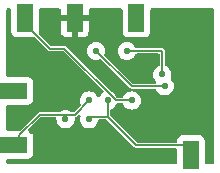
<source format=gbr>
%TF.GenerationSoftware,KiCad,Pcbnew,8.0.8-8.0.8-0~ubuntu24.04.1*%
%TF.CreationDate,2025-02-14T12:49:08-06:00*%
%TF.ProjectId,tof_module,746f665f-6d6f-4647-956c-652e6b696361,rev?*%
%TF.SameCoordinates,Original*%
%TF.FileFunction,Copper,L2,Bot*%
%TF.FilePolarity,Positive*%
%FSLAX46Y46*%
G04 Gerber Fmt 4.6, Leading zero omitted, Abs format (unit mm)*
G04 Created by KiCad (PCBNEW 8.0.8-8.0.8-0~ubuntu24.04.1) date 2025-02-14 12:49:08*
%MOMM*%
%LPD*%
G01*
G04 APERTURE LIST*
G04 Aperture macros list*
%AMFreePoly0*
4,1,5,0.675000,-1.175000,-0.675000,-1.175000,-0.675000,1.175000,0.675000,1.175000,0.675000,-1.175000,0.675000,-1.175000,$1*%
G04 Aperture macros list end*
%TA.AperFunction,ComponentPad*%
%ADD10FreePoly0,0.000000*%
%TD*%
%TA.AperFunction,ComponentPad*%
%ADD11FreePoly0,270.000000*%
%TD*%
%TA.AperFunction,ComponentPad*%
%ADD12FreePoly0,180.000000*%
%TD*%
%TA.AperFunction,ViaPad*%
%ADD13C,0.533400*%
%TD*%
%TA.AperFunction,Conductor*%
%ADD14C,0.152400*%
%TD*%
G04 APERTURE END LIST*
D10*
%TO.P,J3,1,Pin_1*%
%TO.N,/tof_circuit/SDA*%
X123618143Y-89215410D03*
%TD*%
D11*
%TO.P,J1,1,Pin_1*%
%TO.N,/tof_circuit/CORE_1V8*%
X108589059Y-83792928D03*
%TD*%
%TO.P,J4,1,Pin_1*%
%TO.N,/tof_circuit/SCL*%
X108575621Y-88368187D03*
%TD*%
D12*
%TO.P,J6,1,Pin_1*%
%TO.N,GND*%
X113788438Y-77580000D03*
%TD*%
%TO.P,J5,1,Pin_1*%
%TO.N,/tof_circuit/LPn*%
X109596320Y-77580000D03*
%TD*%
%TO.P,J2,1,Pin_1*%
%TO.N,/tof_circuit/AVDD*%
X119009128Y-77580000D03*
%TD*%
D13*
%TO.N,GND*%
X111800000Y-89600000D03*
X114200000Y-80400000D03*
X123400000Y-86600000D03*
X120400000Y-81200000D03*
X118000000Y-86400000D03*
X123600000Y-78000000D03*
X110200000Y-87200000D03*
X109400000Y-81000000D03*
X113000000Y-84400000D03*
X109000000Y-85800000D03*
X113000000Y-81400000D03*
X116400000Y-78000000D03*
%TO.N,/tof_circuit/SDA*%
X116600000Y-84600000D03*
X115000000Y-86200000D03*
%TO.N,/tof_circuit/SCL*%
X115000000Y-84600000D03*
X113000000Y-86200000D03*
%TO.N,/tof_circuit/LPn*%
X118600000Y-84600000D03*
%TO.N,Net-(U1-NCS)*%
X118200000Y-80400000D03*
X121200000Y-82400000D03*
%TO.N,Net-(U1-MISO)*%
X115600000Y-80400000D03*
X121400000Y-83400000D03*
%TD*%
D14*
%TO.N,/tof_circuit/SDA*%
X116600000Y-84600000D02*
X116600000Y-86000000D01*
X123302733Y-88400000D02*
X123618143Y-88715410D01*
X115000000Y-86200000D02*
X115200000Y-86000000D01*
X115200000Y-86000000D02*
X116600000Y-86000000D01*
X119000000Y-88400000D02*
X123302733Y-88400000D01*
X116600000Y-86000000D02*
X119000000Y-88400000D01*
%TO.N,/tof_circuit/SCL*%
X113000000Y-85800000D02*
X113800000Y-85800000D01*
X113000000Y-85800000D02*
X110800000Y-85800000D01*
X113800000Y-85800000D02*
X115000000Y-84600000D01*
X109075621Y-87524379D02*
X109075621Y-88368187D01*
X113000000Y-85800000D02*
X113000000Y-86200000D01*
X110800000Y-85800000D02*
X109075621Y-87524379D01*
%TO.N,/tof_circuit/LPn*%
X111710929Y-80200000D02*
X109596320Y-78085391D01*
X118600000Y-84600000D02*
X117300460Y-84600000D01*
X112900460Y-80200000D02*
X111710929Y-80200000D01*
X117300460Y-84600000D02*
X112900460Y-80200000D01*
%TO.N,Net-(U1-NCS)*%
X121200000Y-80400000D02*
X121200000Y-82400000D01*
X118200000Y-80400000D02*
X121200000Y-80400000D01*
%TO.N,Net-(U1-MISO)*%
X115600000Y-80400000D02*
X118600000Y-83400000D01*
X118600000Y-83400000D02*
X121400000Y-83400000D01*
%TD*%
%TA.AperFunction,Conductor*%
%TO.N,GND*%
G36*
X114202698Y-85787889D02*
G01*
X114258631Y-85829761D01*
X114283048Y-85895225D01*
X114276406Y-85945025D01*
X114247301Y-86028204D01*
X114227945Y-86199996D01*
X114227945Y-86200003D01*
X114247301Y-86371795D01*
X114304402Y-86534983D01*
X114396382Y-86681367D01*
X114396383Y-86681368D01*
X114518632Y-86803617D01*
X114665018Y-86895598D01*
X114828202Y-86952698D01*
X114885468Y-86959150D01*
X114999996Y-86972055D01*
X115000000Y-86972055D01*
X115000004Y-86972055D01*
X115098170Y-86960993D01*
X115171798Y-86952698D01*
X115334982Y-86895598D01*
X115481368Y-86803617D01*
X115603617Y-86681368D01*
X115695598Y-86534982D01*
X115752698Y-86371798D01*
X115752698Y-86371796D01*
X115752699Y-86371794D01*
X115759231Y-86313818D01*
X115786297Y-86249403D01*
X115843891Y-86209848D01*
X115882451Y-86203700D01*
X116464263Y-86203700D01*
X116531302Y-86223385D01*
X116551944Y-86240019D01*
X118820240Y-88508315D01*
X118820243Y-88508319D01*
X118827311Y-88515387D01*
X118884613Y-88572689D01*
X118915625Y-88585534D01*
X118959482Y-88603701D01*
X118959483Y-88603701D01*
X119054953Y-88603701D01*
X119054961Y-88603700D01*
X122313643Y-88603700D01*
X122380682Y-88623385D01*
X122426437Y-88676189D01*
X122437643Y-88727700D01*
X122437643Y-89876000D01*
X122417958Y-89943039D01*
X122365154Y-89988794D01*
X122313643Y-90000000D01*
X108124000Y-90000000D01*
X108056961Y-89980315D01*
X108011206Y-89927511D01*
X108000000Y-89876000D01*
X108000000Y-89672687D01*
X108019685Y-89605648D01*
X108072489Y-89559893D01*
X108124000Y-89548687D01*
X109750621Y-89548687D01*
X109822561Y-89543542D01*
X109960613Y-89503006D01*
X110081653Y-89425218D01*
X110175875Y-89316481D01*
X110235645Y-89185603D01*
X110256121Y-89043187D01*
X110256121Y-87693187D01*
X110250976Y-87621247D01*
X110210440Y-87483195D01*
X110132652Y-87362155D01*
X110023915Y-87267933D01*
X110023911Y-87267931D01*
X109909182Y-87215536D01*
X109856379Y-87169781D01*
X109836694Y-87102742D01*
X109856379Y-87035702D01*
X109873008Y-87015066D01*
X110848057Y-86040019D01*
X110909380Y-86006534D01*
X110935738Y-86003700D01*
X112111306Y-86003700D01*
X112178345Y-86023385D01*
X112224100Y-86076189D01*
X112234526Y-86141582D01*
X112227945Y-86199994D01*
X112227945Y-86200003D01*
X112247301Y-86371795D01*
X112304402Y-86534983D01*
X112396382Y-86681367D01*
X112396383Y-86681368D01*
X112518632Y-86803617D01*
X112665018Y-86895598D01*
X112828202Y-86952698D01*
X112885468Y-86959150D01*
X112999996Y-86972055D01*
X113000000Y-86972055D01*
X113000004Y-86972055D01*
X113098170Y-86960993D01*
X113171798Y-86952698D01*
X113334982Y-86895598D01*
X113481368Y-86803617D01*
X113603617Y-86681368D01*
X113695598Y-86534982D01*
X113752698Y-86371798D01*
X113769420Y-86223385D01*
X113772055Y-86200003D01*
X113772055Y-86199997D01*
X113764425Y-86132280D01*
X113776479Y-86063458D01*
X113823828Y-86012078D01*
X113840194Y-86003834D01*
X113840518Y-86003700D01*
X113840519Y-86003700D01*
X113915387Y-85972689D01*
X113972689Y-85915387D01*
X113972689Y-85915386D01*
X113990127Y-85897948D01*
X113990128Y-85897945D01*
X114071685Y-85816388D01*
X114133006Y-85782905D01*
X114202698Y-85787889D01*
G37*
%TD.AperFunction*%
%TA.AperFunction,Conductor*%
G36*
X112551477Y-76819685D02*
G01*
X112597232Y-76872489D01*
X112608438Y-76924000D01*
X112608438Y-77330000D01*
X114968438Y-77330000D01*
X114968438Y-76924000D01*
X114988123Y-76856961D01*
X115040927Y-76811206D01*
X115092438Y-76800000D01*
X117704628Y-76800000D01*
X117771667Y-76819685D01*
X117817422Y-76872489D01*
X117828628Y-76924000D01*
X117828628Y-78755002D01*
X117833772Y-78826940D01*
X117862466Y-78924660D01*
X117864731Y-78932374D01*
X117874310Y-78964994D01*
X117952095Y-79086030D01*
X117952099Y-79086034D01*
X118060347Y-79179832D01*
X118060834Y-79180254D01*
X118101302Y-79198735D01*
X118191708Y-79240023D01*
X118191711Y-79240023D01*
X118191712Y-79240024D01*
X118334128Y-79260500D01*
X118334131Y-79260500D01*
X119684128Y-79260500D01*
X119756068Y-79255355D01*
X119894120Y-79214819D01*
X120015160Y-79137031D01*
X120109382Y-79028294D01*
X120169152Y-78897416D01*
X120189628Y-78755000D01*
X120189628Y-76924000D01*
X120209313Y-76856961D01*
X120262117Y-76811206D01*
X120313628Y-76800000D01*
X125476000Y-76800000D01*
X125543039Y-76819685D01*
X125588794Y-76872489D01*
X125600000Y-76924000D01*
X125600000Y-89876000D01*
X125580315Y-89943039D01*
X125527511Y-89988794D01*
X125476000Y-90000000D01*
X124922643Y-90000000D01*
X124855604Y-89980315D01*
X124809849Y-89927511D01*
X124798643Y-89876000D01*
X124798643Y-88040410D01*
X124798643Y-88040409D01*
X124793498Y-87968470D01*
X124752962Y-87830418D01*
X124675174Y-87709378D01*
X124656485Y-87693184D01*
X124566442Y-87615160D01*
X124566440Y-87615158D01*
X124566437Y-87615156D01*
X124566433Y-87615154D01*
X124435562Y-87555386D01*
X124435557Y-87555385D01*
X124293143Y-87534910D01*
X122943143Y-87534910D01*
X122943140Y-87534910D01*
X122871202Y-87540054D01*
X122733148Y-87580592D01*
X122612112Y-87658377D01*
X122612108Y-87658381D01*
X122517893Y-87767110D01*
X122517887Y-87767119D01*
X122458119Y-87897990D01*
X122458118Y-87897995D01*
X122437643Y-88040409D01*
X122437643Y-88072300D01*
X122417958Y-88139339D01*
X122365154Y-88185094D01*
X122313643Y-88196300D01*
X119135737Y-88196300D01*
X119068698Y-88176615D01*
X119048056Y-88159981D01*
X116840019Y-85951944D01*
X116806534Y-85890621D01*
X116803700Y-85864263D01*
X116803700Y-85429518D01*
X116823385Y-85362479D01*
X116876189Y-85316724D01*
X116886740Y-85312478D01*
X116934982Y-85295598D01*
X117081368Y-85203617D01*
X117203617Y-85081368D01*
X117295598Y-84934982D01*
X117312476Y-84886745D01*
X117353197Y-84829970D01*
X117418150Y-84804222D01*
X117429518Y-84803700D01*
X117770482Y-84803700D01*
X117837521Y-84823385D01*
X117883276Y-84876189D01*
X117887524Y-84886746D01*
X117904402Y-84934983D01*
X117996382Y-85081367D01*
X118118632Y-85203617D01*
X118264075Y-85295006D01*
X118265018Y-85295598D01*
X118428202Y-85352698D01*
X118485468Y-85359150D01*
X118599996Y-85372055D01*
X118600000Y-85372055D01*
X118600004Y-85372055D01*
X118698170Y-85360993D01*
X118771798Y-85352698D01*
X118934982Y-85295598D01*
X119081368Y-85203617D01*
X119203617Y-85081368D01*
X119295598Y-84934982D01*
X119352698Y-84771798D01*
X119372055Y-84600000D01*
X119352698Y-84428202D01*
X119295598Y-84265018D01*
X119295005Y-84264075D01*
X119203617Y-84118632D01*
X119081367Y-83996382D01*
X118934983Y-83904402D01*
X118765225Y-83845002D01*
X118766175Y-83842286D01*
X118716467Y-83814480D01*
X118683611Y-83752818D01*
X118689307Y-83683181D01*
X118731749Y-83627678D01*
X118797459Y-83603932D01*
X118805040Y-83603700D01*
X120570482Y-83603700D01*
X120637521Y-83623385D01*
X120683276Y-83676189D01*
X120687524Y-83686746D01*
X120704402Y-83734983D01*
X120796382Y-83881367D01*
X120796383Y-83881368D01*
X120918632Y-84003617D01*
X121065018Y-84095598D01*
X121228202Y-84152698D01*
X121285468Y-84159150D01*
X121399996Y-84172055D01*
X121400000Y-84172055D01*
X121400004Y-84172055D01*
X121498170Y-84160993D01*
X121571798Y-84152698D01*
X121734982Y-84095598D01*
X121881368Y-84003617D01*
X122003617Y-83881368D01*
X122095598Y-83734982D01*
X122152698Y-83571798D01*
X122172055Y-83400000D01*
X122152698Y-83228202D01*
X122095598Y-83065018D01*
X122003617Y-82918632D01*
X121931087Y-82846102D01*
X121897602Y-82784779D01*
X121901727Y-82717466D01*
X121952698Y-82571799D01*
X121952698Y-82571796D01*
X121972055Y-82400003D01*
X121972055Y-82399996D01*
X121952698Y-82228204D01*
X121952698Y-82228202D01*
X121895598Y-82065018D01*
X121803617Y-81918632D01*
X121681368Y-81796383D01*
X121681367Y-81796382D01*
X121534984Y-81704403D01*
X121534985Y-81704403D01*
X121486743Y-81687522D01*
X121429968Y-81646799D01*
X121404222Y-81581846D01*
X121403700Y-81570481D01*
X121403700Y-80359482D01*
X121403698Y-80359477D01*
X121372691Y-80284615D01*
X121315384Y-80227308D01*
X121240522Y-80196301D01*
X121240520Y-80196300D01*
X121240519Y-80196300D01*
X121240517Y-80196300D01*
X119029518Y-80196300D01*
X118962479Y-80176615D01*
X118916724Y-80123811D01*
X118912476Y-80113254D01*
X118908557Y-80102055D01*
X118895598Y-80065018D01*
X118829598Y-79959981D01*
X118803617Y-79918632D01*
X118681367Y-79796382D01*
X118534983Y-79704402D01*
X118371795Y-79647301D01*
X118200004Y-79627945D01*
X118199996Y-79627945D01*
X118028204Y-79647301D01*
X117865016Y-79704402D01*
X117718632Y-79796382D01*
X117596382Y-79918632D01*
X117504402Y-80065016D01*
X117447301Y-80228204D01*
X117427945Y-80399996D01*
X117427945Y-80400003D01*
X117447301Y-80571795D01*
X117504402Y-80734983D01*
X117596382Y-80881367D01*
X117718632Y-81003617D01*
X117820467Y-81067605D01*
X117865018Y-81095598D01*
X118028202Y-81152698D01*
X118085468Y-81159150D01*
X118199996Y-81172055D01*
X118200000Y-81172055D01*
X118200004Y-81172055D01*
X118298170Y-81160993D01*
X118371798Y-81152698D01*
X118534982Y-81095598D01*
X118681368Y-81003617D01*
X118803617Y-80881368D01*
X118895598Y-80734982D01*
X118912476Y-80686745D01*
X118953197Y-80629970D01*
X119018150Y-80604222D01*
X119029518Y-80603700D01*
X120872300Y-80603700D01*
X120939339Y-80623385D01*
X120985094Y-80676189D01*
X120996300Y-80727700D01*
X120996300Y-81570481D01*
X120976615Y-81637520D01*
X120923811Y-81683275D01*
X120913257Y-81687522D01*
X120865014Y-81704403D01*
X120718632Y-81796382D01*
X120596382Y-81918632D01*
X120504402Y-82065016D01*
X120447301Y-82228204D01*
X120427945Y-82399996D01*
X120427945Y-82400003D01*
X120447301Y-82571795D01*
X120504402Y-82734983D01*
X120596382Y-82881367D01*
X120668912Y-82953897D01*
X120702397Y-83015220D01*
X120698274Y-83082529D01*
X120687525Y-83113251D01*
X120646805Y-83170028D01*
X120581853Y-83195778D01*
X120570482Y-83196300D01*
X118735737Y-83196300D01*
X118668698Y-83176615D01*
X118648056Y-83159981D01*
X116331888Y-80843813D01*
X116298403Y-80782490D01*
X116302528Y-80715177D01*
X116352698Y-80571799D01*
X116352698Y-80571796D01*
X116372055Y-80400003D01*
X116372055Y-80399996D01*
X116352698Y-80228204D01*
X116352698Y-80228202D01*
X116295598Y-80065018D01*
X116229598Y-79959981D01*
X116203617Y-79918632D01*
X116081367Y-79796382D01*
X115934983Y-79704402D01*
X115771795Y-79647301D01*
X115600004Y-79627945D01*
X115599996Y-79627945D01*
X115428204Y-79647301D01*
X115265016Y-79704402D01*
X115118632Y-79796382D01*
X114996382Y-79918632D01*
X114904402Y-80065016D01*
X114847301Y-80228204D01*
X114827945Y-80399996D01*
X114827945Y-80400003D01*
X114847301Y-80571795D01*
X114904402Y-80734983D01*
X114996382Y-80881367D01*
X115118632Y-81003617D01*
X115220467Y-81067605D01*
X115265018Y-81095598D01*
X115428202Y-81152698D01*
X115485468Y-81159150D01*
X115599996Y-81172055D01*
X115600000Y-81172055D01*
X115600004Y-81172055D01*
X115714532Y-81159150D01*
X115771798Y-81152698D01*
X115771799Y-81152698D01*
X115915177Y-81102528D01*
X115984956Y-81098966D01*
X116043813Y-81131888D01*
X118420240Y-83508315D01*
X118420243Y-83508319D01*
X118427311Y-83515387D01*
X118484613Y-83572689D01*
X118515625Y-83585534D01*
X118549635Y-83599622D01*
X118604036Y-83643463D01*
X118626100Y-83709757D01*
X118608820Y-83777456D01*
X118557682Y-83825066D01*
X118516064Y-83837401D01*
X118428204Y-83847301D01*
X118265016Y-83904402D01*
X118118632Y-83996382D01*
X117996382Y-84118632D01*
X117904402Y-84265016D01*
X117887524Y-84313254D01*
X117846803Y-84370030D01*
X117781850Y-84395778D01*
X117770482Y-84396300D01*
X117436197Y-84396300D01*
X117369158Y-84376615D01*
X117348516Y-84359981D01*
X117338241Y-84349706D01*
X117308880Y-84302977D01*
X117295599Y-84265020D01*
X117295598Y-84265017D01*
X117203617Y-84118632D01*
X117081367Y-83996382D01*
X116934982Y-83904401D01*
X116934978Y-83904400D01*
X116897018Y-83891117D01*
X116850292Y-83861757D01*
X113090590Y-80102055D01*
X113090588Y-80102052D01*
X113015844Y-80027308D01*
X112940982Y-79996301D01*
X112940980Y-79996300D01*
X112940979Y-79996300D01*
X112940977Y-79996300D01*
X111846666Y-79996300D01*
X111779627Y-79976615D01*
X111758985Y-79959981D01*
X110792701Y-78993697D01*
X110759216Y-78932374D01*
X110757644Y-78888373D01*
X110776820Y-78755000D01*
X110776820Y-77830000D01*
X112608438Y-77830000D01*
X112608438Y-78755002D01*
X112613578Y-78826870D01*
X112654072Y-78964781D01*
X112731783Y-79085703D01*
X112840414Y-79179832D01*
X112840415Y-79179833D01*
X112971159Y-79239543D01*
X112971163Y-79239544D01*
X113113439Y-79259999D01*
X113113441Y-79260000D01*
X113538438Y-79260000D01*
X113538438Y-78395686D01*
X113542832Y-78400080D01*
X113634044Y-78452741D01*
X113735777Y-78480000D01*
X113841099Y-78480000D01*
X113942832Y-78452741D01*
X114034044Y-78400080D01*
X114038438Y-78395686D01*
X114038438Y-79260000D01*
X114463438Y-79260000D01*
X114463440Y-79259999D01*
X114535308Y-79254859D01*
X114673219Y-79214365D01*
X114794141Y-79136654D01*
X114888270Y-79028023D01*
X114888271Y-79028022D01*
X114947981Y-78897278D01*
X114947982Y-78897274D01*
X114968437Y-78754998D01*
X114968438Y-78754997D01*
X114968438Y-77830000D01*
X114104124Y-77830000D01*
X114034044Y-77759920D01*
X113942832Y-77707259D01*
X113841099Y-77680000D01*
X113735777Y-77680000D01*
X113634044Y-77707259D01*
X113542832Y-77759920D01*
X113472752Y-77830000D01*
X112608438Y-77830000D01*
X110776820Y-77830000D01*
X110776820Y-76924000D01*
X110796505Y-76856961D01*
X110849309Y-76811206D01*
X110900820Y-76800000D01*
X112484438Y-76800000D01*
X112551477Y-76819685D01*
G37*
%TD.AperFunction*%
%TA.AperFunction,Conductor*%
G36*
X108358859Y-76819685D02*
G01*
X108404614Y-76872489D01*
X108415820Y-76924000D01*
X108415820Y-78755002D01*
X108420964Y-78826940D01*
X108449658Y-78924660D01*
X108451923Y-78932374D01*
X108461502Y-78964994D01*
X108539287Y-79086030D01*
X108539291Y-79086034D01*
X108647539Y-79179832D01*
X108648026Y-79180254D01*
X108688494Y-79198735D01*
X108778900Y-79240023D01*
X108778903Y-79240023D01*
X108778904Y-79240024D01*
X108921320Y-79260500D01*
X108921323Y-79260500D01*
X110271320Y-79260500D01*
X110343260Y-79255355D01*
X110376986Y-79245451D01*
X110446854Y-79245451D01*
X110499602Y-79276748D01*
X111531169Y-80308315D01*
X111531172Y-80308319D01*
X111538240Y-80315387D01*
X111595542Y-80372689D01*
X111626554Y-80385534D01*
X111670411Y-80403701D01*
X111670412Y-80403701D01*
X111765882Y-80403701D01*
X111765890Y-80403700D01*
X112764723Y-80403700D01*
X112831762Y-80423385D01*
X112852404Y-80440019D01*
X116186861Y-83774476D01*
X116220346Y-83835799D01*
X116215362Y-83905491D01*
X116173490Y-83961424D01*
X116165154Y-83967150D01*
X116118632Y-83996382D01*
X115996382Y-84118632D01*
X115904994Y-84264075D01*
X115852659Y-84310366D01*
X115783605Y-84321014D01*
X115719757Y-84292639D01*
X115695006Y-84264075D01*
X115603617Y-84118632D01*
X115481367Y-83996382D01*
X115334983Y-83904402D01*
X115171795Y-83847301D01*
X115000004Y-83827945D01*
X114999996Y-83827945D01*
X114828204Y-83847301D01*
X114665016Y-83904402D01*
X114518632Y-83996382D01*
X114396382Y-84118632D01*
X114304402Y-84265016D01*
X114247301Y-84428204D01*
X114227945Y-84599996D01*
X114227945Y-84600003D01*
X114247301Y-84771795D01*
X114297472Y-84915177D01*
X114301033Y-84984956D01*
X114268111Y-85043812D01*
X113751944Y-85559981D01*
X113690621Y-85593466D01*
X113664263Y-85596300D01*
X113516960Y-85596300D01*
X113450987Y-85577293D01*
X113334984Y-85504403D01*
X113334983Y-85504402D01*
X113171795Y-85447301D01*
X113000004Y-85427945D01*
X112999996Y-85427945D01*
X112828204Y-85447301D01*
X112665016Y-85504402D01*
X112665015Y-85504403D01*
X112549013Y-85577293D01*
X112483040Y-85596300D01*
X110840519Y-85596300D01*
X110759481Y-85596300D01*
X110759479Y-85596300D01*
X110759477Y-85596301D01*
X110684615Y-85627308D01*
X110684613Y-85627310D01*
X109160557Y-87151368D01*
X109099234Y-87184853D01*
X109072876Y-87187687D01*
X108124000Y-87187687D01*
X108056961Y-87168002D01*
X108011206Y-87115198D01*
X108000000Y-87063687D01*
X108000000Y-85097428D01*
X108019685Y-85030389D01*
X108072489Y-84984634D01*
X108124000Y-84973428D01*
X109764059Y-84973428D01*
X109835999Y-84968283D01*
X109974051Y-84927747D01*
X110095091Y-84849959D01*
X110189313Y-84741222D01*
X110249083Y-84610344D01*
X110269559Y-84467928D01*
X110269559Y-83117928D01*
X110264414Y-83045988D01*
X110223878Y-82907936D01*
X110146090Y-82786896D01*
X110065964Y-82717466D01*
X110037358Y-82692678D01*
X110037356Y-82692676D01*
X110037353Y-82692674D01*
X110037349Y-82692672D01*
X109906478Y-82632904D01*
X109906473Y-82632903D01*
X109764059Y-82612428D01*
X108124000Y-82612428D01*
X108056961Y-82592743D01*
X108011206Y-82539939D01*
X108000000Y-82488428D01*
X108000000Y-76924000D01*
X108019685Y-76856961D01*
X108072489Y-76811206D01*
X108124000Y-76800000D01*
X108291820Y-76800000D01*
X108358859Y-76819685D01*
G37*
%TD.AperFunction*%
%TD*%
M02*

</source>
